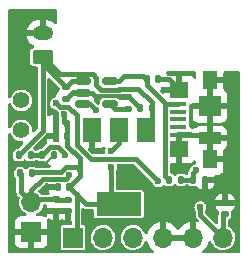
<source format=gbr>
%TF.GenerationSoftware,KiCad,Pcbnew,(6.0.0)*%
%TF.CreationDate,2022-03-25T10:48:22+03:00*%
%TF.ProjectId,Ringturnpage,52696e67-7475-4726-9e70-6167652e6b69,rev?*%
%TF.SameCoordinates,Original*%
%TF.FileFunction,Copper,L2,Bot*%
%TF.FilePolarity,Positive*%
%FSLAX46Y46*%
G04 Gerber Fmt 4.6, Leading zero omitted, Abs format (unit mm)*
G04 Created by KiCad (PCBNEW (6.0.0)) date 2022-03-25 10:48:22*
%MOMM*%
%LPD*%
G01*
G04 APERTURE LIST*
G04 Aperture macros list*
%AMRoundRect*
0 Rectangle with rounded corners*
0 $1 Rounding radius*
0 $2 $3 $4 $5 $6 $7 $8 $9 X,Y pos of 4 corners*
0 Add a 4 corners polygon primitive as box body*
4,1,4,$2,$3,$4,$5,$6,$7,$8,$9,$2,$3,0*
0 Add four circle primitives for the rounded corners*
1,1,$1+$1,$2,$3*
1,1,$1+$1,$4,$5*
1,1,$1+$1,$6,$7*
1,1,$1+$1,$8,$9*
0 Add four rect primitives between the rounded corners*
20,1,$1+$1,$2,$3,$4,$5,0*
20,1,$1+$1,$4,$5,$6,$7,0*
20,1,$1+$1,$6,$7,$8,$9,0*
20,1,$1+$1,$8,$9,$2,$3,0*%
G04 Aperture macros list end*
%TA.AperFunction,ComponentPad*%
%ADD10R,1.700000X1.700000*%
%TD*%
%TA.AperFunction,ComponentPad*%
%ADD11O,1.700000X1.700000*%
%TD*%
%TA.AperFunction,SMDPad,CuDef*%
%ADD12RoundRect,0.135000X-0.185000X0.135000X-0.185000X-0.135000X0.185000X-0.135000X0.185000X0.135000X0*%
%TD*%
%TA.AperFunction,SMDPad,CuDef*%
%ADD13RoundRect,0.135000X-0.135000X-0.185000X0.135000X-0.185000X0.135000X0.185000X-0.135000X0.185000X0*%
%TD*%
%TA.AperFunction,SMDPad,CuDef*%
%ADD14RoundRect,0.140000X0.140000X0.170000X-0.140000X0.170000X-0.140000X-0.170000X0.140000X-0.170000X0*%
%TD*%
%TA.AperFunction,SMDPad,CuDef*%
%ADD15R,1.380000X0.450000*%
%TD*%
%TA.AperFunction,SMDPad,CuDef*%
%ADD16R,1.300000X1.650000*%
%TD*%
%TA.AperFunction,SMDPad,CuDef*%
%ADD17R,1.550000X1.425000*%
%TD*%
%TA.AperFunction,SMDPad,CuDef*%
%ADD18R,1.900000X1.800000*%
%TD*%
%TA.AperFunction,SMDPad,CuDef*%
%ADD19R,1.900000X1.000000*%
%TD*%
%TA.AperFunction,SMDPad,CuDef*%
%ADD20RoundRect,0.150000X-0.512500X-0.150000X0.512500X-0.150000X0.512500X0.150000X-0.512500X0.150000X0*%
%TD*%
%TA.AperFunction,SMDPad,CuDef*%
%ADD21RoundRect,0.140000X-0.140000X-0.170000X0.140000X-0.170000X0.140000X0.170000X-0.140000X0.170000X0*%
%TD*%
%TA.AperFunction,SMDPad,CuDef*%
%ADD22RoundRect,0.140000X-0.170000X0.140000X-0.170000X-0.140000X0.170000X-0.140000X0.170000X0.140000X0*%
%TD*%
%TA.AperFunction,ComponentPad*%
%ADD23RoundRect,0.250000X0.625000X-0.350000X0.625000X0.350000X-0.625000X0.350000X-0.625000X-0.350000X0*%
%TD*%
%TA.AperFunction,ComponentPad*%
%ADD24O,1.750000X1.200000*%
%TD*%
%TA.AperFunction,SMDPad,CuDef*%
%ADD25RoundRect,0.140000X0.170000X-0.140000X0.170000X0.140000X-0.170000X0.140000X-0.170000X-0.140000X0*%
%TD*%
%TA.AperFunction,SMDPad,CuDef*%
%ADD26R,1.500000X2.000000*%
%TD*%
%TA.AperFunction,SMDPad,CuDef*%
%ADD27R,3.800000X2.000000*%
%TD*%
%TA.AperFunction,ComponentPad*%
%ADD28C,1.400000*%
%TD*%
%TA.AperFunction,SMDPad,CuDef*%
%ADD29RoundRect,0.135000X0.135000X0.185000X-0.135000X0.185000X-0.135000X-0.185000X0.135000X-0.185000X0*%
%TD*%
%TA.AperFunction,ViaPad*%
%ADD30C,0.600000*%
%TD*%
%TA.AperFunction,Conductor*%
%ADD31C,0.200000*%
%TD*%
%TA.AperFunction,Conductor*%
%ADD32C,0.400000*%
%TD*%
G04 APERTURE END LIST*
D10*
%TO.P,J2,1,Pin_1*%
%TO.N,+3V3*%
X140680000Y-99465000D03*
D11*
%TO.P,J2,2,Pin_2*%
%TO.N,/RX*%
X143220000Y-99465000D03*
%TO.P,J2,3,Pin_3*%
%TO.N,/TX*%
X145760000Y-99465000D03*
%TO.P,J2,4,Pin_4*%
%TO.N,GND*%
X148300000Y-99465000D03*
%TO.P,J2,5,Pin_5*%
X150840000Y-99465000D03*
%TO.P,J2,6,Pin_6*%
%TO.N,/BOOT*%
X153380000Y-99465000D03*
%TD*%
D10*
%TO.P,J3,1,Pin_1*%
%TO.N,GND*%
X137160000Y-98995000D03*
D11*
%TO.P,J3,2,Pin_2*%
%TO.N,/EN*%
X137160000Y-96455000D03*
%TD*%
D12*
%TO.P,R1,1*%
%TO.N,GND*%
X145310000Y-87550000D03*
%TO.P,R1,2*%
%TO.N,Net-(R1-Pad2)*%
X145310000Y-88570000D03*
%TD*%
D13*
%TO.P,R5,1*%
%TO.N,/CHARGING*%
X150850000Y-94570000D03*
%TO.P,R5,2*%
%TO.N,GND*%
X151870000Y-94570000D03*
%TD*%
D14*
%TO.P,C2,1*%
%TO.N,+BATT*%
X147330000Y-88510000D03*
%TO.P,C2,2*%
%TO.N,GND*%
X146370000Y-88510000D03*
%TD*%
D13*
%TO.P,R2,1*%
%TO.N,+BATT*%
X136080000Y-92490000D03*
%TO.P,R2,2*%
%TO.N,/BATTERY*%
X137100000Y-92490000D03*
%TD*%
D14*
%TO.P,C9,1*%
%TO.N,+3V3*%
X140180000Y-89870000D03*
%TO.P,C9,2*%
%TO.N,GND*%
X139220000Y-89870000D03*
%TD*%
D13*
%TO.P,R3,1*%
%TO.N,/BATTERY*%
X138040000Y-92490000D03*
%TO.P,R3,2*%
%TO.N,GND*%
X139060000Y-92490000D03*
%TD*%
D15*
%TO.P,J1,1,VBUS*%
%TO.N,+5V*%
X149600000Y-88160000D03*
%TO.P,J1,2,D-*%
%TO.N,unconnected-(J1-Pad2)*%
X149600000Y-88810000D03*
%TO.P,J1,3,D+*%
%TO.N,unconnected-(J1-Pad3)*%
X149600000Y-89460000D03*
%TO.P,J1,4,ID*%
%TO.N,unconnected-(J1-Pad4)*%
X149600000Y-90110000D03*
%TO.P,J1,5,GND*%
%TO.N,GND*%
X149600000Y-90760000D03*
D16*
%TO.P,J1,6,Shield*%
X152260000Y-92835000D03*
D17*
X149685000Y-86972500D03*
D16*
X152260000Y-86085000D03*
D18*
X152260000Y-88310000D03*
D19*
X152260000Y-91010000D03*
D17*
X149685000Y-91947500D03*
%TD*%
D20*
%TO.P,U1,1,STAT*%
%TO.N,/STATUS*%
X141520000Y-88140000D03*
%TO.P,U1,2,VSS*%
%TO.N,GND*%
X141520000Y-87190000D03*
%TO.P,U1,3,VBAT*%
%TO.N,+BATT*%
X141520000Y-86240000D03*
%TO.P,U1,4,VDD*%
%TO.N,+5V*%
X143795000Y-86240000D03*
%TO.P,U1,5,PROG*%
%TO.N,Net-(R1-Pad2)*%
X143795000Y-88140000D03*
%TD*%
D21*
%TO.P,C8,1*%
%TO.N,GND*%
X139230000Y-90850000D03*
%TO.P,C8,2*%
%TO.N,+3V3*%
X140190000Y-90850000D03*
%TD*%
D13*
%TO.P,R4,1*%
%TO.N,+5V*%
X148800000Y-94560000D03*
%TO.P,R4,2*%
%TO.N,/CHARGING*%
X149820000Y-94560000D03*
%TD*%
D22*
%TO.P,C5,1*%
%TO.N,/EN*%
X140270000Y-96240000D03*
%TO.P,C5,2*%
%TO.N,GND*%
X140270000Y-97200000D03*
%TD*%
D23*
%TO.P,J4,1,Pin_1*%
%TO.N,+BATT*%
X138100000Y-84160000D03*
D24*
%TO.P,J4,2,Pin_2*%
%TO.N,GND*%
X138100000Y-82160000D03*
%TD*%
D22*
%TO.P,C3,1*%
%TO.N,+BATT*%
X140060000Y-86750000D03*
%TO.P,C3,2*%
%TO.N,GND*%
X140060000Y-87710000D03*
%TD*%
D14*
%TO.P,C4,1*%
%TO.N,+3V3*%
X140360000Y-95180000D03*
%TO.P,C4,2*%
%TO.N,GND*%
X139400000Y-95180000D03*
%TD*%
D25*
%TO.P,C7,1*%
%TO.N,/BOOT*%
X153550000Y-97470000D03*
%TO.P,C7,2*%
%TO.N,GND*%
X153550000Y-96510000D03*
%TD*%
D26*
%TO.P,U2,1,GND*%
%TO.N,GND*%
X142250000Y-90330000D03*
D27*
%TO.P,U2,2,VO*%
%TO.N,+3V3*%
X144550000Y-96630000D03*
D26*
X144550000Y-90330000D03*
%TO.P,U2,3,VI*%
%TO.N,+BATT*%
X146850000Y-90330000D03*
%TD*%
D28*
%TO.P,J5,1,Pin_1*%
%TO.N,+3V3*%
X136305000Y-90385000D03*
%TO.P,J5,2,Pin_2*%
%TO.N,/BUTTON*%
X136305000Y-87845000D03*
%TD*%
D29*
%TO.P,R6,1*%
%TO.N,+3V3*%
X137210000Y-94010000D03*
%TO.P,R6,2*%
%TO.N,/EN*%
X136190000Y-94010000D03*
%TD*%
D14*
%TO.P,C1,1*%
%TO.N,GND*%
X147890000Y-86060000D03*
%TO.P,C1,2*%
%TO.N,+5V*%
X146930000Y-86060000D03*
%TD*%
D25*
%TO.P,C6,1*%
%TO.N,GND*%
X139250000Y-97190000D03*
%TO.P,C6,2*%
%TO.N,/EN*%
X139250000Y-96230000D03*
%TD*%
D30*
%TO.N,GND*%
X142340000Y-90300000D03*
X138950000Y-87100000D03*
X152520000Y-96820000D03*
X138270500Y-95350000D03*
X137170000Y-85370000D03*
X135560000Y-94910000D03*
X142710000Y-87610000D03*
X150970000Y-89900000D03*
X145250000Y-94820000D03*
X135720000Y-98990000D03*
X148410000Y-86950000D03*
%TO.N,+3V3*%
X143900000Y-93500000D03*
X143910000Y-92100000D03*
X139960000Y-89040000D03*
%TO.N,/EN*%
X140355627Y-94195129D03*
%TO.N,/BOOT*%
X151470000Y-96870000D03*
%TO.N,/BATTERY*%
X140031942Y-92498058D03*
%TO.N,/STATUS*%
X142650000Y-88700000D03*
%TO.N,/CHARGING*%
X151100000Y-93750000D03*
%TO.N,/BUTTON*%
X139260000Y-88090000D03*
X147910000Y-94680000D03*
%TD*%
D31*
%TO.N,GND*%
X138310000Y-93240000D02*
X139060000Y-92490000D01*
X136128734Y-93240000D02*
X138310000Y-93240000D01*
D32*
X145410000Y-87550000D02*
X145310000Y-87550000D01*
X141520000Y-87190000D02*
X142290000Y-87190000D01*
D31*
X135560000Y-94910000D02*
X135560000Y-93808734D01*
D32*
X148772500Y-86060000D02*
X149685000Y-86972500D01*
X140060000Y-87710000D02*
X140069758Y-87710000D01*
X142290000Y-87190000D02*
X142710000Y-87610000D01*
D31*
X135560000Y-93808734D02*
X136128734Y-93240000D01*
D32*
X149600000Y-90760000D02*
X152010000Y-90760000D01*
X147890000Y-86060000D02*
X148772500Y-86060000D01*
X152010000Y-90760000D02*
X152260000Y-91010000D01*
X140589758Y-87190000D02*
X141520000Y-87190000D01*
X146370000Y-88510000D02*
X145410000Y-87550000D01*
X140069758Y-87710000D02*
X140589758Y-87190000D01*
%TO.N,+5V*%
X148510489Y-94270489D02*
X148800000Y-94560000D01*
X145014520Y-85765480D02*
X146635480Y-85765480D01*
X149600000Y-88160000D02*
X148535978Y-88160000D01*
X148535978Y-88160000D02*
X148510489Y-88185489D01*
X146635480Y-85765480D02*
X146930000Y-86060000D01*
X148585978Y-88160000D02*
X146930000Y-86504022D01*
X144540000Y-86240000D02*
X145014520Y-85765480D01*
X143795000Y-86240000D02*
X144540000Y-86240000D01*
X149600000Y-88160000D02*
X148585978Y-88160000D01*
X146930000Y-86504022D02*
X146930000Y-86060000D01*
X148510489Y-88185489D02*
X148510489Y-94270489D01*
%TO.N,+BATT*%
X138100000Y-84160000D02*
X138100000Y-84790000D01*
X140060000Y-86750000D02*
X140570000Y-86240000D01*
X138100000Y-84790000D02*
X140060000Y-86750000D01*
X136080000Y-92490000D02*
X136080000Y-92434075D01*
X142640000Y-85910000D02*
X142640000Y-86524638D01*
X147330000Y-88020000D02*
X147330000Y-88510000D01*
X143054882Y-86939520D02*
X144535118Y-86939520D01*
X142640000Y-86524638D02*
X143054882Y-86939520D01*
X142380000Y-85650000D02*
X142640000Y-85910000D01*
X144535118Y-86939520D02*
X144594158Y-86880480D01*
X147330000Y-89850000D02*
X146850000Y-90330000D01*
X136080000Y-92434075D02*
X138100000Y-90414075D01*
X144594158Y-86880480D02*
X146190480Y-86880480D01*
X138100000Y-90414075D02*
X138100000Y-84160000D01*
X146190480Y-86880480D02*
X147330000Y-88020000D01*
X139590000Y-85650000D02*
X142380000Y-85650000D01*
X147330000Y-88510000D02*
X147330000Y-89850000D01*
X138100000Y-84160000D02*
X139590000Y-85650000D01*
X140570000Y-86240000D02*
X141520000Y-86240000D01*
%TO.N,+3V3*%
X141280000Y-92756872D02*
X140190000Y-91666872D01*
X144550000Y-91460000D02*
X143910000Y-92100000D01*
X140065879Y-93495618D02*
X140985618Y-93495618D01*
X139628017Y-93933480D02*
X140065879Y-93495618D01*
X140979520Y-99165480D02*
X140979520Y-95799520D01*
X140190000Y-89880000D02*
X140180000Y-89870000D01*
X144550000Y-96630000D02*
X141810000Y-96630000D01*
X140680000Y-99465000D02*
X140979520Y-99165480D01*
X139960000Y-89650000D02*
X140180000Y-89870000D01*
X141280000Y-94260000D02*
X141280000Y-93790000D01*
X137210000Y-94010000D02*
X137286520Y-93933480D01*
X137286520Y-93933480D02*
X139628017Y-93933480D01*
X140360000Y-95180000D02*
X141280000Y-94260000D01*
X140985618Y-93495618D02*
X141280000Y-93790000D01*
X141280000Y-93790000D02*
X141280000Y-92756872D01*
X140190000Y-91666872D02*
X140190000Y-90850000D01*
X143900000Y-93500000D02*
X143900000Y-95980000D01*
X141810000Y-96630000D02*
X140360000Y-95180000D01*
X143900000Y-95980000D02*
X144550000Y-96630000D01*
X139960000Y-89040000D02*
X139960000Y-89650000D01*
X144550000Y-90330000D02*
X144550000Y-91460000D01*
X140190000Y-90850000D02*
X140190000Y-89880000D01*
%TO.N,/EN*%
X137160000Y-96455000D02*
X136270000Y-95565000D01*
X138150000Y-94460000D02*
X137160000Y-95450000D01*
X136270000Y-95565000D02*
X136270000Y-94090000D01*
X137160000Y-95450000D02*
X137160000Y-96455000D01*
X136270000Y-94090000D02*
X136190000Y-94010000D01*
X140270000Y-96240000D02*
X139260000Y-96240000D01*
X139250000Y-96230000D02*
X137385000Y-96230000D01*
X140355627Y-94195129D02*
X140090756Y-94460000D01*
X140090756Y-94460000D02*
X138150000Y-94460000D01*
X137385000Y-96230000D02*
X137160000Y-96455000D01*
X139260000Y-96240000D02*
X139250000Y-96230000D01*
%TO.N,/BOOT*%
X153390000Y-97630000D02*
X153550000Y-97470000D01*
X151470000Y-96870000D02*
X151470000Y-97555000D01*
X151470000Y-97555000D02*
X153380000Y-99465000D01*
X153390000Y-99405000D02*
X153390000Y-97630000D01*
%TO.N,/BATTERY*%
X138040000Y-92490000D02*
X138040000Y-92434075D01*
X138703595Y-91770480D02*
X139445759Y-91770480D01*
X137100000Y-92490000D02*
X138040000Y-92490000D01*
X140031942Y-92356663D02*
X140031942Y-92498058D01*
X139445759Y-91770480D02*
X140031942Y-92356663D01*
X138040000Y-92434075D02*
X138703595Y-91770480D01*
%TO.N,/STATUS*%
X141520000Y-88140000D02*
X142090000Y-88140000D01*
X142090000Y-88140000D02*
X142650000Y-88700000D01*
%TO.N,/CHARGING*%
X150850000Y-94570000D02*
X150850000Y-94000000D01*
X149820000Y-94560000D02*
X150840000Y-94560000D01*
X150850000Y-94000000D02*
X151100000Y-93750000D01*
%TO.N,/BUTTON*%
X142170489Y-92799511D02*
X145999511Y-92799511D01*
X140290000Y-88380000D02*
X141000000Y-89090000D01*
X141000000Y-91629022D02*
X142170489Y-92799511D01*
X147880000Y-94680000D02*
X147910000Y-94680000D01*
X141000000Y-89090000D02*
X141000000Y-91629022D01*
X139550000Y-88380000D02*
X140290000Y-88380000D01*
X139260000Y-88090000D02*
X139550000Y-88380000D01*
X145999511Y-92799511D02*
X147880000Y-94680000D01*
%TO.N,Net-(R1-Pad2)*%
X143795000Y-88140000D02*
X144225000Y-88570000D01*
X144225000Y-88570000D02*
X145310000Y-88570000D01*
%TD*%
%TA.AperFunction,Conductor*%
%TO.N,GND*%
G36*
X154742121Y-85390002D02*
G01*
X154788614Y-85443658D01*
X154800000Y-85496000D01*
X154800000Y-100674000D01*
X154779998Y-100742121D01*
X154726342Y-100788614D01*
X154674000Y-100800000D01*
X151700692Y-100800000D01*
X151632571Y-100779998D01*
X151586078Y-100726342D01*
X151575974Y-100656068D01*
X151605468Y-100591488D01*
X151627524Y-100571421D01*
X151715328Y-100508792D01*
X151723200Y-100502139D01*
X151874052Y-100351812D01*
X151880730Y-100343965D01*
X152005003Y-100171020D01*
X152010313Y-100162183D01*
X152104670Y-99971267D01*
X152108469Y-99961672D01*
X152149593Y-99826319D01*
X152188534Y-99766955D01*
X152253388Y-99738068D01*
X152323564Y-99748830D01*
X152376782Y-99795823D01*
X152391270Y-99828217D01*
X152398544Y-99853586D01*
X152401359Y-99859063D01*
X152401360Y-99859066D01*
X152489897Y-100031341D01*
X152492712Y-100036818D01*
X152620677Y-100198270D01*
X152625370Y-100202264D01*
X152625371Y-100202265D01*
X152699541Y-100265388D01*
X152777564Y-100331791D01*
X152782942Y-100334797D01*
X152782944Y-100334798D01*
X152815511Y-100352999D01*
X152957398Y-100432297D01*
X153041280Y-100459552D01*
X153147471Y-100494056D01*
X153147475Y-100494057D01*
X153153329Y-100495959D01*
X153357894Y-100520351D01*
X153364029Y-100519879D01*
X153364031Y-100519879D01*
X153436625Y-100514293D01*
X153563300Y-100504546D01*
X153569230Y-100502890D01*
X153569232Y-100502890D01*
X153755797Y-100450800D01*
X153755796Y-100450800D01*
X153761725Y-100449145D01*
X153767214Y-100446372D01*
X153767220Y-100446370D01*
X153940116Y-100359033D01*
X153945610Y-100356258D01*
X153953463Y-100350123D01*
X154103101Y-100233213D01*
X154107951Y-100229424D01*
X154161293Y-100167627D01*
X154238540Y-100078134D01*
X154238540Y-100078133D01*
X154242564Y-100073472D01*
X154263387Y-100036818D01*
X154281056Y-100005714D01*
X154344323Y-99894344D01*
X154409351Y-99698863D01*
X154435171Y-99494474D01*
X154435583Y-99465000D01*
X154415480Y-99259970D01*
X154355935Y-99062749D01*
X154259218Y-98880849D01*
X154183036Y-98787441D01*
X154132906Y-98725975D01*
X154132903Y-98725972D01*
X154129011Y-98721200D01*
X154111786Y-98706950D01*
X153975025Y-98593811D01*
X153975021Y-98593809D01*
X153970275Y-98589882D01*
X153872045Y-98536769D01*
X153856571Y-98528402D01*
X153806162Y-98478407D01*
X153790500Y-98417566D01*
X153790500Y-98033097D01*
X153810502Y-97964976D01*
X153863250Y-97918902D01*
X153908323Y-97897884D01*
X153908324Y-97897883D01*
X153918316Y-97893224D01*
X154003224Y-97808316D01*
X154018969Y-97774552D01*
X154049898Y-97708224D01*
X154049898Y-97708223D01*
X154053972Y-97699487D01*
X154060500Y-97649901D01*
X154060499Y-97290100D01*
X154059961Y-97286012D01*
X154059700Y-97282031D01*
X154075204Y-97212748D01*
X154108203Y-97174231D01*
X154125929Y-97160481D01*
X154230484Y-97055926D01*
X154240124Y-97043499D01*
X154315396Y-96916220D01*
X154321643Y-96901784D01*
X154356619Y-96781395D01*
X154356579Y-96767295D01*
X154349309Y-96764000D01*
X152756442Y-96764000D01*
X152742911Y-96767973D01*
X152741776Y-96775871D01*
X152778357Y-96901784D01*
X152784604Y-96916220D01*
X152859876Y-97043499D01*
X152869516Y-97055926D01*
X152974071Y-97160481D01*
X152991796Y-97174230D01*
X153033362Y-97231786D01*
X153040299Y-97282030D01*
X153040038Y-97286013D01*
X153039500Y-97290099D01*
X153039500Y-97397889D01*
X153028024Y-97445691D01*
X153028703Y-97445912D01*
X153024170Y-97459865D01*
X153021907Y-97466830D01*
X153014341Y-97485094D01*
X153008856Y-97495859D01*
X153008855Y-97495863D01*
X153004354Y-97504696D01*
X153002803Y-97514487D01*
X153002803Y-97514488D01*
X153000913Y-97526422D01*
X152996297Y-97545647D01*
X152992565Y-97557132D01*
X152992564Y-97557136D01*
X152989500Y-97566567D01*
X152989500Y-98203917D01*
X152969498Y-98272038D01*
X152915842Y-98318531D01*
X152845568Y-98328635D01*
X152780988Y-98299141D01*
X152774405Y-98293012D01*
X151907405Y-97426012D01*
X151873379Y-97363700D01*
X151870500Y-97336917D01*
X151870500Y-97216724D01*
X151889946Y-97153116D01*
X151889200Y-97152754D01*
X151891522Y-97147961D01*
X151940546Y-97046776D01*
X151947795Y-97031814D01*
X151947795Y-97031813D01*
X151951710Y-97023733D01*
X151975496Y-96882354D01*
X151975647Y-96870000D01*
X151960939Y-96767295D01*
X151956596Y-96736968D01*
X151956595Y-96736965D01*
X151955323Y-96728082D01*
X151944446Y-96704158D01*
X151920493Y-96651478D01*
X151895984Y-96597572D01*
X151877598Y-96576234D01*
X151808260Y-96495763D01*
X151808257Y-96495760D01*
X151802400Y-96488963D01*
X151682095Y-96410985D01*
X151544739Y-96369907D01*
X151535763Y-96369852D01*
X151535762Y-96369852D01*
X151475555Y-96369484D01*
X151401376Y-96369031D01*
X151263529Y-96408428D01*
X151142280Y-96484930D01*
X151047377Y-96592388D01*
X150986447Y-96722163D01*
X150979420Y-96767295D01*
X150966689Y-96849066D01*
X150964391Y-96863823D01*
X150965555Y-96872725D01*
X150965555Y-96872728D01*
X150973398Y-96932705D01*
X150982980Y-97005979D01*
X151040720Y-97137203D01*
X151046495Y-97144073D01*
X151050471Y-97150461D01*
X151069500Y-97217043D01*
X151069500Y-97618433D01*
X151072564Y-97627864D01*
X151072565Y-97627868D01*
X151076297Y-97639353D01*
X151080913Y-97658578D01*
X151084354Y-97680304D01*
X151088855Y-97689137D01*
X151088856Y-97689141D01*
X151094341Y-97699906D01*
X151101905Y-97718166D01*
X151108704Y-97739090D01*
X151121639Y-97756893D01*
X151131965Y-97773745D01*
X151141950Y-97793342D01*
X151164513Y-97815905D01*
X151164516Y-97815909D01*
X151279496Y-97930889D01*
X151313522Y-97993201D01*
X151308457Y-98064016D01*
X151265910Y-98120852D01*
X151199390Y-98145663D01*
X151168304Y-98144031D01*
X151111836Y-98133972D01*
X151098540Y-98135432D01*
X151094000Y-98149989D01*
X151094000Y-99593000D01*
X151073998Y-99661121D01*
X151020342Y-99707614D01*
X150968000Y-99719000D01*
X148172000Y-99719000D01*
X148103879Y-99698998D01*
X148057386Y-99645342D01*
X148046000Y-99593000D01*
X148046000Y-99192885D01*
X148554000Y-99192885D01*
X148558475Y-99208124D01*
X148559865Y-99209329D01*
X148567548Y-99211000D01*
X150567885Y-99211000D01*
X150583124Y-99206525D01*
X150584329Y-99205135D01*
X150586000Y-99197452D01*
X150586000Y-98148102D01*
X150582082Y-98134758D01*
X150567806Y-98132771D01*
X150529324Y-98138660D01*
X150519288Y-98141051D01*
X150316868Y-98207212D01*
X150307359Y-98211209D01*
X150118463Y-98309542D01*
X150109738Y-98315036D01*
X149939433Y-98442905D01*
X149931726Y-98449748D01*
X149784590Y-98603717D01*
X149778104Y-98611727D01*
X149673193Y-98765521D01*
X149618282Y-98810524D01*
X149547757Y-98818695D01*
X149484010Y-98787441D01*
X149463313Y-98762957D01*
X149382427Y-98637926D01*
X149376136Y-98629757D01*
X149232806Y-98472240D01*
X149225273Y-98465215D01*
X149058139Y-98333222D01*
X149049552Y-98327517D01*
X148863117Y-98224599D01*
X148853705Y-98220369D01*
X148652959Y-98149280D01*
X148642988Y-98146646D01*
X148571837Y-98133972D01*
X148558540Y-98135432D01*
X148554000Y-98149989D01*
X148554000Y-99192885D01*
X148046000Y-99192885D01*
X148046000Y-98148102D01*
X148042082Y-98134758D01*
X148027806Y-98132771D01*
X147989324Y-98138660D01*
X147979288Y-98141051D01*
X147776868Y-98207212D01*
X147767359Y-98211209D01*
X147578463Y-98309542D01*
X147569738Y-98315036D01*
X147399433Y-98442905D01*
X147391726Y-98449748D01*
X147244590Y-98603717D01*
X147238104Y-98611727D01*
X147118098Y-98787649D01*
X147113000Y-98796623D01*
X147023338Y-98989783D01*
X147019775Y-98999470D01*
X146991012Y-99103185D01*
X146953533Y-99163483D01*
X146889405Y-99193946D01*
X146818986Y-99184903D01*
X146764636Y-99139224D01*
X146748973Y-99105933D01*
X146748143Y-99103185D01*
X146735935Y-99062749D01*
X146639218Y-98880849D01*
X146563036Y-98787441D01*
X146512906Y-98725975D01*
X146512903Y-98725972D01*
X146509011Y-98721200D01*
X146491786Y-98706950D01*
X146355025Y-98593811D01*
X146355021Y-98593809D01*
X146350275Y-98589882D01*
X146169055Y-98491897D01*
X145972254Y-98430977D01*
X145966129Y-98430333D01*
X145966128Y-98430333D01*
X145773498Y-98410087D01*
X145773496Y-98410087D01*
X145767369Y-98409443D01*
X145680529Y-98417346D01*
X145568342Y-98427555D01*
X145568339Y-98427556D01*
X145562203Y-98428114D01*
X145364572Y-98486280D01*
X145182002Y-98581726D01*
X145177201Y-98585586D01*
X145177198Y-98585588D01*
X145144688Y-98611727D01*
X145021447Y-98710815D01*
X144889024Y-98868630D01*
X144886056Y-98874028D01*
X144886053Y-98874033D01*
X144879315Y-98886290D01*
X144789776Y-99049162D01*
X144727484Y-99245532D01*
X144726798Y-99251649D01*
X144726797Y-99251653D01*
X144725063Y-99267115D01*
X144704520Y-99450262D01*
X144705036Y-99456406D01*
X144720902Y-99645342D01*
X144721759Y-99655553D01*
X144723458Y-99661478D01*
X144769395Y-99821678D01*
X144778544Y-99853586D01*
X144781359Y-99859063D01*
X144781360Y-99859066D01*
X144869897Y-100031341D01*
X144872712Y-100036818D01*
X145000677Y-100198270D01*
X145005370Y-100202264D01*
X145005371Y-100202265D01*
X145079541Y-100265388D01*
X145157564Y-100331791D01*
X145162942Y-100334797D01*
X145162944Y-100334798D01*
X145195511Y-100352999D01*
X145337398Y-100432297D01*
X145421280Y-100459552D01*
X145527471Y-100494056D01*
X145527475Y-100494057D01*
X145533329Y-100495959D01*
X145737894Y-100520351D01*
X145744029Y-100519879D01*
X145744031Y-100519879D01*
X145816625Y-100514293D01*
X145943300Y-100504546D01*
X145949230Y-100502890D01*
X145949232Y-100502890D01*
X146135797Y-100450800D01*
X146135796Y-100450800D01*
X146141725Y-100449145D01*
X146147214Y-100446372D01*
X146147220Y-100446370D01*
X146320116Y-100359033D01*
X146325610Y-100356258D01*
X146333463Y-100350123D01*
X146483101Y-100233213D01*
X146487951Y-100229424D01*
X146541293Y-100167627D01*
X146618540Y-100078134D01*
X146618540Y-100078133D01*
X146622564Y-100073472D01*
X146643387Y-100036818D01*
X146661056Y-100005714D01*
X146724323Y-99894344D01*
X146733271Y-99867444D01*
X146748496Y-99821678D01*
X146788978Y-99763354D01*
X146854566Y-99736175D01*
X146924437Y-99748770D01*
X146976406Y-99797141D01*
X146990971Y-99833751D01*
X146998564Y-99867444D01*
X147001645Y-99877275D01*
X147081770Y-100074603D01*
X147086413Y-100083794D01*
X147197694Y-100265388D01*
X147203777Y-100273699D01*
X147343213Y-100434667D01*
X147350580Y-100441883D01*
X147513397Y-100577056D01*
X147553032Y-100635959D01*
X147554530Y-100706939D01*
X147517415Y-100767462D01*
X147453471Y-100798311D01*
X147432912Y-100800000D01*
X135326000Y-100800000D01*
X135257879Y-100779998D01*
X135211386Y-100726342D01*
X135200000Y-100674000D01*
X135200000Y-99889669D01*
X135802001Y-99889669D01*
X135802371Y-99896490D01*
X135807895Y-99947352D01*
X135811521Y-99962604D01*
X135856676Y-100083054D01*
X135865214Y-100098649D01*
X135941715Y-100200724D01*
X135954276Y-100213285D01*
X136056351Y-100289786D01*
X136071946Y-100298324D01*
X136192394Y-100343478D01*
X136207649Y-100347105D01*
X136258514Y-100352631D01*
X136265328Y-100353000D01*
X136887885Y-100353000D01*
X136903124Y-100348525D01*
X136904329Y-100347135D01*
X136906000Y-100339452D01*
X136906000Y-100334884D01*
X137414000Y-100334884D01*
X137418475Y-100350123D01*
X137419865Y-100351328D01*
X137427548Y-100352999D01*
X138054669Y-100352999D01*
X138061490Y-100352629D01*
X138112352Y-100347105D01*
X138127604Y-100343479D01*
X138248054Y-100298324D01*
X138263649Y-100289786D01*
X138365724Y-100213285D01*
X138378285Y-100200724D01*
X138454786Y-100098649D01*
X138463324Y-100083054D01*
X138508478Y-99962606D01*
X138512105Y-99947351D01*
X138517631Y-99896486D01*
X138518000Y-99889672D01*
X138518000Y-99267115D01*
X138513525Y-99251876D01*
X138512135Y-99250671D01*
X138504452Y-99249000D01*
X137432115Y-99249000D01*
X137416876Y-99253475D01*
X137415671Y-99254865D01*
X137414000Y-99262548D01*
X137414000Y-100334884D01*
X136906000Y-100334884D01*
X136906000Y-99267115D01*
X136901525Y-99251876D01*
X136900135Y-99250671D01*
X136892452Y-99249000D01*
X135820116Y-99249000D01*
X135804877Y-99253475D01*
X135803672Y-99254865D01*
X135802001Y-99262548D01*
X135802001Y-99889669D01*
X135200000Y-99889669D01*
X135200000Y-90693772D01*
X135220002Y-90625651D01*
X135273658Y-90579158D01*
X135343932Y-90569054D01*
X135408512Y-90598548D01*
X135445833Y-90654836D01*
X135477821Y-90753284D01*
X135572467Y-90917216D01*
X135576885Y-90922123D01*
X135576886Y-90922124D01*
X135581386Y-90927121D01*
X135699129Y-91057888D01*
X135704468Y-91061767D01*
X135776203Y-91113885D01*
X135852270Y-91169151D01*
X136025197Y-91246144D01*
X136109204Y-91264000D01*
X136203897Y-91284128D01*
X136203901Y-91284128D01*
X136210354Y-91285500D01*
X136357992Y-91285500D01*
X136426113Y-91305502D01*
X136472606Y-91359158D01*
X136482710Y-91429432D01*
X136453216Y-91494012D01*
X136447093Y-91500589D01*
X136015086Y-91932596D01*
X135952774Y-91966621D01*
X135925991Y-91969500D01*
X135905684Y-91969500D01*
X135856827Y-91975932D01*
X135749596Y-92025935D01*
X135665935Y-92109596D01*
X135661275Y-92119588D01*
X135661275Y-92119589D01*
X135632002Y-92182366D01*
X135615932Y-92216827D01*
X135609500Y-92265684D01*
X135609500Y-92714316D01*
X135615932Y-92763173D01*
X135620006Y-92771909D01*
X135620006Y-92771910D01*
X135645146Y-92825823D01*
X135665935Y-92870404D01*
X135749596Y-92954065D01*
X135759588Y-92958725D01*
X135759589Y-92958725D01*
X135842099Y-92997200D01*
X135856827Y-93004068D01*
X135905684Y-93010500D01*
X136254316Y-93010500D01*
X136303173Y-93004068D01*
X136317902Y-92997200D01*
X136400411Y-92958725D01*
X136400412Y-92958725D01*
X136410404Y-92954065D01*
X136494065Y-92870404D01*
X136494753Y-92871092D01*
X136542247Y-92833131D01*
X136612867Y-92825823D01*
X136676226Y-92857856D01*
X136684579Y-92867496D01*
X136685935Y-92870404D01*
X136769596Y-92954065D01*
X136779588Y-92958725D01*
X136779589Y-92958725D01*
X136862099Y-92997200D01*
X136876827Y-93004068D01*
X136925684Y-93010500D01*
X137274316Y-93010500D01*
X137323173Y-93004068D01*
X137337902Y-92997200D01*
X137420411Y-92958725D01*
X137420412Y-92958725D01*
X137430404Y-92954065D01*
X137457064Y-92927405D01*
X137519376Y-92893379D01*
X137546159Y-92890500D01*
X137593841Y-92890500D01*
X137661962Y-92910502D01*
X137682936Y-92927405D01*
X137709596Y-92954065D01*
X137719588Y-92958725D01*
X137719589Y-92958725D01*
X137802099Y-92997200D01*
X137816827Y-93004068D01*
X137865684Y-93010500D01*
X138214316Y-93010500D01*
X138263173Y-93004068D01*
X138265580Y-93002946D01*
X138332806Y-93003080D01*
X138392455Y-93041583D01*
X138405519Y-93059766D01*
X138408852Y-93065402D01*
X138418503Y-93077843D01*
X138522159Y-93181499D01*
X138534595Y-93191146D01*
X138660778Y-93265770D01*
X138675217Y-93272019D01*
X138723282Y-93285983D01*
X138783117Y-93324196D01*
X138812795Y-93388692D01*
X138802892Y-93458995D01*
X138756552Y-93512783D01*
X138688129Y-93532980D01*
X137540556Y-93532980D01*
X137487305Y-93521174D01*
X137441913Y-93500007D01*
X137441910Y-93500006D01*
X137433173Y-93495932D01*
X137384316Y-93489500D01*
X137035684Y-93489500D01*
X136986827Y-93495932D01*
X136978091Y-93500006D01*
X136978090Y-93500006D01*
X136907378Y-93532980D01*
X136879596Y-93545935D01*
X136795935Y-93629596D01*
X136795247Y-93628908D01*
X136747753Y-93666869D01*
X136677133Y-93674177D01*
X136613774Y-93642144D01*
X136605421Y-93632504D01*
X136604065Y-93629596D01*
X136520404Y-93545935D01*
X136492622Y-93532980D01*
X136421910Y-93500006D01*
X136421909Y-93500006D01*
X136413173Y-93495932D01*
X136364316Y-93489500D01*
X136015684Y-93489500D01*
X135966827Y-93495932D01*
X135958091Y-93500006D01*
X135958090Y-93500006D01*
X135887378Y-93532980D01*
X135859596Y-93545935D01*
X135775935Y-93629596D01*
X135771275Y-93639588D01*
X135771275Y-93639589D01*
X135764680Y-93653733D01*
X135725932Y-93736827D01*
X135719500Y-93785684D01*
X135719500Y-94234316D01*
X135725932Y-94283173D01*
X135730006Y-94291909D01*
X135730006Y-94291910D01*
X135758857Y-94353780D01*
X135775935Y-94390404D01*
X135832595Y-94447064D01*
X135866621Y-94509376D01*
X135869500Y-94536159D01*
X135869500Y-95628433D01*
X135872564Y-95637864D01*
X135872565Y-95637868D01*
X135876297Y-95649353D01*
X135880913Y-95668578D01*
X135884354Y-95690304D01*
X135888855Y-95699137D01*
X135888856Y-95699141D01*
X135894341Y-95709906D01*
X135901905Y-95728166D01*
X135908704Y-95749090D01*
X135921639Y-95766893D01*
X135931965Y-95783745D01*
X135941950Y-95803342D01*
X135964513Y-95825905D01*
X135964516Y-95825909D01*
X136132713Y-95994106D01*
X136166739Y-96056418D01*
X136163720Y-96121299D01*
X136127484Y-96235532D01*
X136126798Y-96241649D01*
X136126797Y-96241653D01*
X136107256Y-96415871D01*
X136104520Y-96440262D01*
X136105036Y-96446406D01*
X136117295Y-96592388D01*
X136121759Y-96645553D01*
X136123458Y-96651478D01*
X136146271Y-96731035D01*
X136178544Y-96843586D01*
X136181359Y-96849063D01*
X136181360Y-96849066D01*
X136268739Y-97019087D01*
X136272712Y-97026818D01*
X136400677Y-97188270D01*
X136405370Y-97192264D01*
X136405371Y-97192265D01*
X136429439Y-97212748D01*
X136557564Y-97321791D01*
X136678012Y-97389107D01*
X136699315Y-97401013D01*
X136749020Y-97451707D01*
X136763428Y-97521226D01*
X136737964Y-97587499D01*
X136680713Y-97629484D01*
X136637844Y-97637001D01*
X136265331Y-97637001D01*
X136258510Y-97637371D01*
X136207648Y-97642895D01*
X136192396Y-97646521D01*
X136071946Y-97691676D01*
X136056351Y-97700214D01*
X135954276Y-97776715D01*
X135941715Y-97789276D01*
X135865214Y-97891351D01*
X135856676Y-97906946D01*
X135811522Y-98027394D01*
X135807895Y-98042649D01*
X135802369Y-98093514D01*
X135802000Y-98100328D01*
X135802000Y-98722885D01*
X135806475Y-98738124D01*
X135807865Y-98739329D01*
X135815548Y-98741000D01*
X138499884Y-98741000D01*
X138515123Y-98736525D01*
X138516328Y-98735135D01*
X138517999Y-98727452D01*
X138517999Y-98100331D01*
X138517629Y-98093510D01*
X138512105Y-98042648D01*
X138508479Y-98027396D01*
X138497803Y-97998918D01*
X138492620Y-97928111D01*
X138526541Y-97865742D01*
X138588796Y-97831612D01*
X138659620Y-97836559D01*
X138679924Y-97846234D01*
X138813780Y-97925396D01*
X138828216Y-97931643D01*
X138971641Y-97973312D01*
X138979609Y-97974768D01*
X138993031Y-97971948D01*
X138996000Y-97960487D01*
X138996000Y-97958424D01*
X139504000Y-97958424D01*
X139508344Y-97973219D01*
X139518775Y-97975063D01*
X139528359Y-97973312D01*
X139671784Y-97931643D01*
X139686217Y-97925397D01*
X139687401Y-97924697D01*
X139688451Y-97924431D01*
X139693497Y-97922247D01*
X139693849Y-97923061D01*
X139756216Y-97907235D01*
X139815684Y-97924694D01*
X139833780Y-97935396D01*
X139848216Y-97941643D01*
X139991641Y-97983312D01*
X139999609Y-97984768D01*
X140013031Y-97981948D01*
X140016000Y-97970487D01*
X140016000Y-97472115D01*
X140011525Y-97456876D01*
X140010135Y-97455671D01*
X140002452Y-97454000D01*
X139522115Y-97454000D01*
X139506876Y-97458475D01*
X139505671Y-97459865D01*
X139504000Y-97467548D01*
X139504000Y-97958424D01*
X138996000Y-97958424D01*
X138996000Y-97462115D01*
X138991525Y-97446876D01*
X138990135Y-97445671D01*
X138982452Y-97444000D01*
X138456442Y-97444000D01*
X138442911Y-97447973D01*
X138441776Y-97455871D01*
X138476891Y-97576736D01*
X138476688Y-97647732D01*
X138438135Y-97707348D01*
X138373470Y-97736657D01*
X138303225Y-97726353D01*
X138280330Y-97712716D01*
X138263648Y-97700214D01*
X138248054Y-97691676D01*
X138127606Y-97646522D01*
X138112351Y-97642895D01*
X138061486Y-97637369D01*
X138054672Y-97637000D01*
X137678932Y-97637000D01*
X137610811Y-97616998D01*
X137564318Y-97563342D01*
X137554214Y-97493068D01*
X137583708Y-97428488D01*
X137622121Y-97398534D01*
X137640783Y-97389107D01*
X137725610Y-97346258D01*
X137887951Y-97219424D01*
X137926961Y-97174231D01*
X138018540Y-97068134D01*
X138018540Y-97068133D01*
X138022564Y-97063472D01*
X138043387Y-97026818D01*
X138079894Y-96962553D01*
X138124323Y-96884344D01*
X138134101Y-96854950D01*
X138180082Y-96716728D01*
X138220564Y-96658403D01*
X138286152Y-96631224D01*
X138299640Y-96630500D01*
X138359267Y-96630500D01*
X138427388Y-96650502D01*
X138473881Y-96704158D01*
X138483985Y-96774432D01*
X138480264Y-96791653D01*
X138443381Y-96918605D01*
X138443421Y-96932705D01*
X138450691Y-96936000D01*
X140062030Y-96936000D01*
X140088813Y-96938879D01*
X140121548Y-96946000D01*
X140398000Y-96946000D01*
X140466121Y-96966002D01*
X140512614Y-97019658D01*
X140524000Y-97072000D01*
X140524000Y-97968424D01*
X140528475Y-97983663D01*
X140535532Y-97989778D01*
X140573916Y-98049504D01*
X140579020Y-98085003D01*
X140579020Y-98288500D01*
X140559018Y-98356621D01*
X140505362Y-98403114D01*
X140453020Y-98414500D01*
X139810252Y-98414500D01*
X139804184Y-98415707D01*
X139763939Y-98423712D01*
X139763938Y-98423712D01*
X139751769Y-98426133D01*
X139685448Y-98470448D01*
X139641133Y-98536769D01*
X139629500Y-98595252D01*
X139629500Y-100334748D01*
X139630707Y-100340816D01*
X139634331Y-100359033D01*
X139641133Y-100393231D01*
X139685448Y-100459552D01*
X139751769Y-100503867D01*
X139763938Y-100506288D01*
X139763939Y-100506288D01*
X139804184Y-100514293D01*
X139810252Y-100515500D01*
X141549748Y-100515500D01*
X141555816Y-100514293D01*
X141596061Y-100506288D01*
X141596062Y-100506288D01*
X141608231Y-100503867D01*
X141674552Y-100459552D01*
X141718867Y-100393231D01*
X141725670Y-100359033D01*
X141729293Y-100340816D01*
X141730500Y-100334748D01*
X141730500Y-99450262D01*
X142164520Y-99450262D01*
X142165036Y-99456406D01*
X142180902Y-99645342D01*
X142181759Y-99655553D01*
X142183458Y-99661478D01*
X142229395Y-99821678D01*
X142238544Y-99853586D01*
X142241359Y-99859063D01*
X142241360Y-99859066D01*
X142329897Y-100031341D01*
X142332712Y-100036818D01*
X142460677Y-100198270D01*
X142465370Y-100202264D01*
X142465371Y-100202265D01*
X142539541Y-100265388D01*
X142617564Y-100331791D01*
X142622942Y-100334797D01*
X142622944Y-100334798D01*
X142655511Y-100352999D01*
X142797398Y-100432297D01*
X142881280Y-100459552D01*
X142987471Y-100494056D01*
X142987475Y-100494057D01*
X142993329Y-100495959D01*
X143197894Y-100520351D01*
X143204029Y-100519879D01*
X143204031Y-100519879D01*
X143276625Y-100514293D01*
X143403300Y-100504546D01*
X143409230Y-100502890D01*
X143409232Y-100502890D01*
X143595797Y-100450800D01*
X143595796Y-100450800D01*
X143601725Y-100449145D01*
X143607214Y-100446372D01*
X143607220Y-100446370D01*
X143780116Y-100359033D01*
X143785610Y-100356258D01*
X143793463Y-100350123D01*
X143943101Y-100233213D01*
X143947951Y-100229424D01*
X144001293Y-100167627D01*
X144078540Y-100078134D01*
X144078540Y-100078133D01*
X144082564Y-100073472D01*
X144103387Y-100036818D01*
X144121056Y-100005714D01*
X144184323Y-99894344D01*
X144249351Y-99698863D01*
X144275171Y-99494474D01*
X144275583Y-99465000D01*
X144255480Y-99259970D01*
X144195935Y-99062749D01*
X144099218Y-98880849D01*
X144023036Y-98787441D01*
X143972906Y-98725975D01*
X143972903Y-98725972D01*
X143969011Y-98721200D01*
X143951786Y-98706950D01*
X143815025Y-98593811D01*
X143815021Y-98593809D01*
X143810275Y-98589882D01*
X143629055Y-98491897D01*
X143432254Y-98430977D01*
X143426129Y-98430333D01*
X143426128Y-98430333D01*
X143233498Y-98410087D01*
X143233496Y-98410087D01*
X143227369Y-98409443D01*
X143140529Y-98417346D01*
X143028342Y-98427555D01*
X143028339Y-98427556D01*
X143022203Y-98428114D01*
X142824572Y-98486280D01*
X142642002Y-98581726D01*
X142637201Y-98585586D01*
X142637198Y-98585588D01*
X142604688Y-98611727D01*
X142481447Y-98710815D01*
X142349024Y-98868630D01*
X142346056Y-98874028D01*
X142346053Y-98874033D01*
X142339315Y-98886290D01*
X142249776Y-99049162D01*
X142187484Y-99245532D01*
X142186798Y-99251649D01*
X142186797Y-99251653D01*
X142185063Y-99267115D01*
X142164520Y-99450262D01*
X141730500Y-99450262D01*
X141730500Y-98595252D01*
X141718867Y-98536769D01*
X141674552Y-98470448D01*
X141608231Y-98426133D01*
X141596062Y-98423712D01*
X141596061Y-98423712D01*
X141555816Y-98415707D01*
X141549748Y-98414500D01*
X141506020Y-98414500D01*
X141437899Y-98394498D01*
X141391406Y-98340842D01*
X141380020Y-98288500D01*
X141380020Y-97064188D01*
X141400022Y-96996067D01*
X141453678Y-96949574D01*
X141523952Y-96939470D01*
X141571330Y-96958699D01*
X141571660Y-96958051D01*
X141580496Y-96962553D01*
X141591258Y-96968037D01*
X141608114Y-96978365D01*
X141625911Y-96991296D01*
X141646832Y-96998094D01*
X141665092Y-97005658D01*
X141675859Y-97011144D01*
X141675863Y-97011145D01*
X141684696Y-97015646D01*
X141694487Y-97017197D01*
X141694488Y-97017197D01*
X141706422Y-97019087D01*
X141725647Y-97023703D01*
X141737132Y-97027435D01*
X141737136Y-97027436D01*
X141746567Y-97030500D01*
X142323500Y-97030500D01*
X142391621Y-97050502D01*
X142438114Y-97104158D01*
X142449500Y-97156500D01*
X142449500Y-97649748D01*
X142461133Y-97708231D01*
X142505448Y-97774552D01*
X142571769Y-97818867D01*
X142583938Y-97821288D01*
X142583939Y-97821288D01*
X142624184Y-97829293D01*
X142630252Y-97830500D01*
X146469748Y-97830500D01*
X146475816Y-97829293D01*
X146516061Y-97821288D01*
X146516062Y-97821288D01*
X146528231Y-97818867D01*
X146594552Y-97774552D01*
X146638867Y-97708231D01*
X146650500Y-97649748D01*
X146650500Y-96238605D01*
X152743381Y-96238605D01*
X152743421Y-96252705D01*
X152750691Y-96256000D01*
X153277885Y-96256000D01*
X153293124Y-96251525D01*
X153294329Y-96250135D01*
X153296000Y-96242452D01*
X153296000Y-96237885D01*
X153804000Y-96237885D01*
X153808475Y-96253124D01*
X153809865Y-96254329D01*
X153817548Y-96256000D01*
X154343558Y-96256000D01*
X154357089Y-96252027D01*
X154358224Y-96244129D01*
X154321643Y-96118216D01*
X154315396Y-96103780D01*
X154240124Y-95976501D01*
X154230484Y-95964074D01*
X154125926Y-95859516D01*
X154113499Y-95849876D01*
X153986220Y-95774604D01*
X153971784Y-95768357D01*
X153828359Y-95726688D01*
X153820391Y-95725232D01*
X153806969Y-95728052D01*
X153804000Y-95739513D01*
X153804000Y-96237885D01*
X153296000Y-96237885D01*
X153296000Y-95741576D01*
X153291656Y-95726781D01*
X153281225Y-95724937D01*
X153271641Y-95726688D01*
X153128216Y-95768357D01*
X153113780Y-95774604D01*
X152986501Y-95849876D01*
X152974074Y-95859516D01*
X152869516Y-95964074D01*
X152859876Y-95976501D01*
X152784604Y-96103780D01*
X152778357Y-96118216D01*
X152743381Y-96238605D01*
X146650500Y-96238605D01*
X146650500Y-95610252D01*
X146638867Y-95551769D01*
X146594552Y-95485448D01*
X146528231Y-95441133D01*
X146516062Y-95438712D01*
X146516061Y-95438712D01*
X146475816Y-95430707D01*
X146469748Y-95429500D01*
X144426500Y-95429500D01*
X144358379Y-95409498D01*
X144311886Y-95355842D01*
X144300500Y-95303500D01*
X144300500Y-93846724D01*
X144319946Y-93783116D01*
X144319200Y-93782754D01*
X144321522Y-93777961D01*
X144357030Y-93704672D01*
X144377795Y-93661814D01*
X144377795Y-93661813D01*
X144381710Y-93653733D01*
X144405496Y-93512354D01*
X144405647Y-93500000D01*
X144389707Y-93388692D01*
X144386596Y-93366968D01*
X144386595Y-93366965D01*
X144385323Y-93358082D01*
X144384964Y-93357293D01*
X144385038Y-93290378D01*
X144423488Y-93230695D01*
X144488102Y-93201274D01*
X144505895Y-93200011D01*
X145781428Y-93200011D01*
X145849549Y-93220013D01*
X145870523Y-93236916D01*
X147391132Y-94757525D01*
X147422313Y-94810882D01*
X147422980Y-94815979D01*
X147426595Y-94824195D01*
X147426596Y-94824198D01*
X147443478Y-94862564D01*
X147480720Y-94947203D01*
X147486497Y-94954076D01*
X147486498Y-94954077D01*
X147533633Y-95010151D01*
X147572970Y-95056948D01*
X147692313Y-95136390D01*
X147829157Y-95179142D01*
X147838129Y-95179306D01*
X147838132Y-95179307D01*
X147903463Y-95180504D01*
X147972499Y-95181770D01*
X147981533Y-95179307D01*
X148102158Y-95146421D01*
X148102160Y-95146420D01*
X148110817Y-95144060D01*
X148232991Y-95069045D01*
X148239012Y-95062393D01*
X148239018Y-95062388D01*
X148277906Y-95019425D01*
X148338449Y-94982343D01*
X148409429Y-94983881D01*
X148452632Y-95010151D01*
X148452774Y-95009948D01*
X148455922Y-95012152D01*
X148460416Y-95014885D01*
X148469596Y-95024065D01*
X148479588Y-95028725D01*
X148479589Y-95028725D01*
X148565779Y-95068916D01*
X148576827Y-95074068D01*
X148625684Y-95080500D01*
X148974316Y-95080500D01*
X149023173Y-95074068D01*
X149034222Y-95068916D01*
X149120411Y-95028725D01*
X149120412Y-95028725D01*
X149130404Y-95024065D01*
X149214065Y-94940404D01*
X149214753Y-94941092D01*
X149262247Y-94903131D01*
X149332867Y-94895823D01*
X149396226Y-94927856D01*
X149404579Y-94937496D01*
X149405935Y-94940404D01*
X149489596Y-95024065D01*
X149499588Y-95028725D01*
X149499589Y-95028725D01*
X149585779Y-95068916D01*
X149596827Y-95074068D01*
X149645684Y-95080500D01*
X149994316Y-95080500D01*
X150043173Y-95074068D01*
X150054222Y-95068916D01*
X150140411Y-95028725D01*
X150140412Y-95028725D01*
X150150404Y-95024065D01*
X150177064Y-94997405D01*
X150239376Y-94963379D01*
X150266159Y-94960500D01*
X150393841Y-94960500D01*
X150461962Y-94980502D01*
X150482936Y-94997405D01*
X150519596Y-95034065D01*
X150529588Y-95038725D01*
X150529589Y-95038725D01*
X150618022Y-95079962D01*
X150626827Y-95084068D01*
X150675684Y-95090500D01*
X151024316Y-95090500D01*
X151073173Y-95084068D01*
X151075580Y-95082946D01*
X151142806Y-95083080D01*
X151202455Y-95121583D01*
X151215519Y-95139766D01*
X151218852Y-95145402D01*
X151228503Y-95157843D01*
X151332159Y-95261499D01*
X151344595Y-95271146D01*
X151470778Y-95345770D01*
X151485217Y-95352019D01*
X151598605Y-95384961D01*
X151612705Y-95384921D01*
X151616000Y-95377651D01*
X151616000Y-95371900D01*
X152124000Y-95371900D01*
X152127973Y-95385431D01*
X152135871Y-95386566D01*
X152254783Y-95352019D01*
X152269222Y-95345770D01*
X152395405Y-95271146D01*
X152407841Y-95261499D01*
X152511499Y-95157841D01*
X152521146Y-95145405D01*
X152595770Y-95019222D01*
X152602019Y-95004783D01*
X152643338Y-94862564D01*
X152645637Y-94849977D01*
X152646260Y-94842057D01*
X152643090Y-94826970D01*
X152631626Y-94824000D01*
X152142115Y-94824000D01*
X152126876Y-94828475D01*
X152125671Y-94829865D01*
X152124000Y-94837548D01*
X152124000Y-95371900D01*
X151616000Y-95371900D01*
X151616000Y-94442000D01*
X151636002Y-94373879D01*
X151689658Y-94327386D01*
X151742000Y-94316000D01*
X152629566Y-94316000D01*
X152644361Y-94311656D01*
X152649216Y-94284185D01*
X152650808Y-94284466D01*
X152661321Y-94234410D01*
X152711161Y-94183848D01*
X152772339Y-94167999D01*
X152954669Y-94167999D01*
X152961490Y-94167629D01*
X153012352Y-94162105D01*
X153027604Y-94158479D01*
X153148054Y-94113324D01*
X153163649Y-94104786D01*
X153265724Y-94028285D01*
X153278285Y-94015724D01*
X153354786Y-93913649D01*
X153363324Y-93898054D01*
X153408478Y-93777606D01*
X153412105Y-93762351D01*
X153417631Y-93711486D01*
X153418000Y-93704672D01*
X153418000Y-93107115D01*
X153413525Y-93091876D01*
X153412135Y-93090671D01*
X153404452Y-93089000D01*
X152132000Y-93089000D01*
X152063879Y-93068998D01*
X152017386Y-93015342D01*
X152006000Y-92963000D01*
X152006000Y-92562885D01*
X152514000Y-92562885D01*
X152518475Y-92578124D01*
X152519865Y-92579329D01*
X152527548Y-92581000D01*
X153399884Y-92581000D01*
X153415123Y-92576525D01*
X153416328Y-92575135D01*
X153417999Y-92567452D01*
X153417999Y-92052026D01*
X153438001Y-91983905D01*
X153468434Y-91951200D01*
X153565724Y-91878285D01*
X153578285Y-91865724D01*
X153654786Y-91763649D01*
X153663324Y-91748054D01*
X153708478Y-91627606D01*
X153712105Y-91612351D01*
X153717631Y-91561486D01*
X153718000Y-91554672D01*
X153718000Y-91282115D01*
X153713525Y-91266876D01*
X153712135Y-91265671D01*
X153704452Y-91264000D01*
X152532115Y-91264000D01*
X152516876Y-91268475D01*
X152515671Y-91269865D01*
X152514000Y-91277548D01*
X152514000Y-92562885D01*
X152006000Y-92562885D01*
X152006000Y-90737885D01*
X152514000Y-90737885D01*
X152518475Y-90753124D01*
X152519865Y-90754329D01*
X152527548Y-90756000D01*
X153699884Y-90756000D01*
X153715123Y-90751525D01*
X153716328Y-90750135D01*
X153717999Y-90742452D01*
X153717999Y-90465331D01*
X153717629Y-90458510D01*
X153712105Y-90407648D01*
X153708479Y-90392396D01*
X153663324Y-90271946D01*
X153654786Y-90256351D01*
X153578285Y-90154276D01*
X153565724Y-90141715D01*
X153463649Y-90065214D01*
X153448054Y-90056676D01*
X153327606Y-90011522D01*
X153312351Y-90007895D01*
X153261486Y-90002369D01*
X153254672Y-90002000D01*
X152532115Y-90002000D01*
X152516876Y-90006475D01*
X152515671Y-90007865D01*
X152514000Y-90015548D01*
X152514000Y-90737885D01*
X152006000Y-90737885D01*
X152006000Y-90020116D01*
X152001525Y-90004877D01*
X152000135Y-90003672D01*
X151992452Y-90002001D01*
X151265331Y-90002001D01*
X151258510Y-90002371D01*
X151207648Y-90007895D01*
X151192396Y-90011521D01*
X151071946Y-90056676D01*
X151056351Y-90065214D01*
X150954276Y-90141715D01*
X150941715Y-90154276D01*
X150891458Y-90221334D01*
X150834599Y-90263849D01*
X150763781Y-90268875D01*
X150701487Y-90234815D01*
X150689806Y-90221334D01*
X150658286Y-90179277D01*
X150645724Y-90166715D01*
X150540935Y-90088180D01*
X150498420Y-90031321D01*
X150490500Y-89987354D01*
X150490500Y-89865252D01*
X150479426Y-89809579D01*
X150479426Y-89760421D01*
X150490500Y-89704748D01*
X150490500Y-89215252D01*
X150479426Y-89159579D01*
X150479426Y-89110421D01*
X150490500Y-89054748D01*
X150490500Y-88577548D01*
X150802000Y-88577548D01*
X150802001Y-89254669D01*
X150802371Y-89261490D01*
X150807895Y-89312352D01*
X150811521Y-89327604D01*
X150856676Y-89448054D01*
X150865214Y-89463649D01*
X150941715Y-89565724D01*
X150954276Y-89578285D01*
X151056351Y-89654786D01*
X151071946Y-89663324D01*
X151192394Y-89708478D01*
X151207649Y-89712105D01*
X151258514Y-89717631D01*
X151265328Y-89718000D01*
X151987885Y-89718000D01*
X152003124Y-89713525D01*
X152004329Y-89712135D01*
X152006000Y-89704452D01*
X152006000Y-89699884D01*
X152514000Y-89699884D01*
X152518475Y-89715123D01*
X152519865Y-89716328D01*
X152527548Y-89717999D01*
X153254669Y-89717999D01*
X153261490Y-89717629D01*
X153312352Y-89712105D01*
X153327604Y-89708479D01*
X153448054Y-89663324D01*
X153463649Y-89654786D01*
X153565724Y-89578285D01*
X153578285Y-89565724D01*
X153654786Y-89463649D01*
X153663324Y-89448054D01*
X153708478Y-89327606D01*
X153712105Y-89312351D01*
X153717631Y-89261486D01*
X153718000Y-89254672D01*
X153718000Y-88582115D01*
X153713525Y-88566876D01*
X153712135Y-88565671D01*
X153704452Y-88564000D01*
X152532115Y-88564000D01*
X152516876Y-88568475D01*
X152515671Y-88569865D01*
X152514000Y-88577548D01*
X152514000Y-89699884D01*
X152006000Y-89699884D01*
X152006000Y-88582115D01*
X152001525Y-88566876D01*
X152000135Y-88565671D01*
X151992452Y-88564000D01*
X150820115Y-88564000D01*
X150804876Y-88568475D01*
X150803671Y-88569865D01*
X150802000Y-88577548D01*
X150490500Y-88577548D01*
X150490500Y-88565252D01*
X150479426Y-88509579D01*
X150479426Y-88460421D01*
X150490500Y-88404748D01*
X150490500Y-88303461D01*
X150510502Y-88235340D01*
X150564158Y-88188847D01*
X150572270Y-88185479D01*
X150698061Y-88138321D01*
X150713641Y-88129792D01*
X150762000Y-88093548D01*
X150762451Y-88094150D01*
X150802718Y-88063970D01*
X150846818Y-88056000D01*
X151987885Y-88056000D01*
X152003124Y-88051525D01*
X152004329Y-88050135D01*
X152006000Y-88042452D01*
X152006000Y-88037885D01*
X152514000Y-88037885D01*
X152518475Y-88053124D01*
X152519865Y-88054329D01*
X152527548Y-88056000D01*
X153699884Y-88056000D01*
X153715123Y-88051525D01*
X153716328Y-88050135D01*
X153717999Y-88042452D01*
X153717999Y-87365331D01*
X153717629Y-87358510D01*
X153712105Y-87307648D01*
X153708479Y-87292396D01*
X153663324Y-87171946D01*
X153654786Y-87156351D01*
X153578285Y-87054276D01*
X153565724Y-87041715D01*
X153468435Y-86968801D01*
X153425920Y-86911942D01*
X153418000Y-86867975D01*
X153418000Y-86357115D01*
X153413525Y-86341876D01*
X153412135Y-86340671D01*
X153404452Y-86339000D01*
X152532115Y-86339000D01*
X152516876Y-86343475D01*
X152515671Y-86344865D01*
X152514000Y-86352548D01*
X152514000Y-88037885D01*
X152006000Y-88037885D01*
X152006000Y-85957000D01*
X152026002Y-85888879D01*
X152079658Y-85842386D01*
X152132000Y-85831000D01*
X153399884Y-85831000D01*
X153415123Y-85826525D01*
X153416328Y-85825135D01*
X153417999Y-85817452D01*
X153417999Y-85496000D01*
X153438001Y-85427879D01*
X153491657Y-85381386D01*
X153543999Y-85370000D01*
X154674000Y-85370000D01*
X154742121Y-85390002D01*
G37*
%TD.AperFunction*%
%TA.AperFunction,Conductor*%
G36*
X138571457Y-94880502D02*
G01*
X138593063Y-94898040D01*
X138617581Y-94922909D01*
X138629513Y-94926000D01*
X139528000Y-94926000D01*
X139596121Y-94946002D01*
X139642614Y-94999658D01*
X139654000Y-95052000D01*
X139654000Y-95308000D01*
X139633998Y-95376121D01*
X139580342Y-95422614D01*
X139528000Y-95434000D01*
X138631576Y-95434000D01*
X138616781Y-95438344D01*
X138614937Y-95448775D01*
X138616688Y-95458359D01*
X138658357Y-95601784D01*
X138664605Y-95616222D01*
X138678289Y-95639360D01*
X138695749Y-95708176D01*
X138673233Y-95775508D01*
X138617889Y-95819977D01*
X138569836Y-95829500D01*
X138065323Y-95829500D01*
X137997202Y-95809498D01*
X137967680Y-95783135D01*
X137912910Y-95715980D01*
X137912907Y-95715977D01*
X137909011Y-95711200D01*
X137904264Y-95707273D01*
X137904261Y-95707270D01*
X137772820Y-95598532D01*
X137733082Y-95539699D01*
X137731461Y-95468721D01*
X137764040Y-95412353D01*
X138278987Y-94897405D01*
X138341300Y-94863380D01*
X138368083Y-94860500D01*
X138503336Y-94860500D01*
X138571457Y-94880502D01*
G37*
%TD.AperFunction*%
%TA.AperFunction,Conductor*%
G36*
X150780121Y-90555002D02*
G01*
X150826614Y-90608658D01*
X150838000Y-90661000D01*
X150838000Y-90859000D01*
X150817998Y-90927121D01*
X150764342Y-90973614D01*
X150712000Y-90985000D01*
X149957115Y-90985000D01*
X149941876Y-90989475D01*
X149940671Y-90990865D01*
X149939000Y-90998548D01*
X149939000Y-93149884D01*
X149943475Y-93165123D01*
X149944865Y-93166328D01*
X149952548Y-93167999D01*
X150504669Y-93167999D01*
X150511490Y-93167629D01*
X150562352Y-93162105D01*
X150577604Y-93158479D01*
X150698056Y-93113323D01*
X150707118Y-93108362D01*
X150711333Y-93107440D01*
X150716603Y-93102572D01*
X150815724Y-93028285D01*
X150828285Y-93015724D01*
X150875175Y-92953159D01*
X150932034Y-92910644D01*
X151002853Y-92905618D01*
X151065146Y-92939678D01*
X151099136Y-93002009D01*
X151102001Y-93028724D01*
X151102001Y-93133812D01*
X151081999Y-93201933D01*
X151028343Y-93248426D01*
X151010626Y-93254961D01*
X150936968Y-93276013D01*
X150893529Y-93288428D01*
X150859402Y-93309961D01*
X150851356Y-93312250D01*
X150834864Y-93325443D01*
X150772280Y-93364930D01*
X150677377Y-93472388D01*
X150616447Y-93602163D01*
X150612283Y-93628908D01*
X150610787Y-93638515D01*
X150580543Y-93702748D01*
X150575382Y-93708225D01*
X150544516Y-93739091D01*
X150544513Y-93739095D01*
X150521950Y-93761658D01*
X150517446Y-93770498D01*
X150511965Y-93781255D01*
X150501639Y-93798107D01*
X150488704Y-93815910D01*
X150481907Y-93836830D01*
X150474341Y-93855094D01*
X150468856Y-93865859D01*
X150468855Y-93865863D01*
X150464354Y-93874696D01*
X150462803Y-93884487D01*
X150462803Y-93884488D01*
X150460913Y-93896422D01*
X150456297Y-93915647D01*
X150452565Y-93927132D01*
X150452564Y-93927136D01*
X150449500Y-93936567D01*
X150449500Y-94033500D01*
X150429498Y-94101621D01*
X150375842Y-94148114D01*
X150323500Y-94159500D01*
X150266159Y-94159500D01*
X150198038Y-94139498D01*
X150177064Y-94122595D01*
X150150404Y-94095935D01*
X150043173Y-94045932D01*
X149994316Y-94039500D01*
X149645684Y-94039500D01*
X149596827Y-94045932D01*
X149489596Y-94095935D01*
X149405935Y-94179596D01*
X149405247Y-94178908D01*
X149357753Y-94216869D01*
X149287133Y-94224177D01*
X149223774Y-94192144D01*
X149215421Y-94182504D01*
X149214065Y-94179596D01*
X149130404Y-94095935D01*
X149023173Y-94045932D01*
X149013614Y-94044674D01*
X149004362Y-94041977D01*
X149005279Y-94038832D01*
X148955624Y-94016871D01*
X148916527Y-93957609D01*
X148910989Y-93920664D01*
X148910989Y-93294000D01*
X148930991Y-93225879D01*
X148984647Y-93179386D01*
X149036989Y-93168000D01*
X149412885Y-93168000D01*
X149428124Y-93163525D01*
X149429329Y-93162135D01*
X149431000Y-93154452D01*
X149431000Y-91551115D01*
X149426526Y-91535876D01*
X149418488Y-91528912D01*
X149380104Y-91469186D01*
X149375000Y-91433687D01*
X149375000Y-90661500D01*
X149395002Y-90593379D01*
X149448658Y-90546886D01*
X149501000Y-90535500D01*
X150309748Y-90535500D01*
X150311422Y-90535167D01*
X150314826Y-90535000D01*
X150712000Y-90535000D01*
X150780121Y-90555002D01*
G37*
%TD.AperFunction*%
%TA.AperFunction,Conductor*%
G36*
X139256121Y-92190982D02*
G01*
X139302614Y-92244638D01*
X139314000Y-92296980D01*
X139314000Y-92618000D01*
X139293998Y-92686121D01*
X139240342Y-92732614D01*
X139188000Y-92744000D01*
X138932000Y-92744000D01*
X138863879Y-92723998D01*
X138817386Y-92670342D01*
X138806000Y-92618000D01*
X138806000Y-92296980D01*
X138826002Y-92228859D01*
X138879658Y-92182366D01*
X138932000Y-92170980D01*
X139188000Y-92170980D01*
X139256121Y-92190982D01*
G37*
%TD.AperFunction*%
%TA.AperFunction,Conductor*%
G36*
X142446121Y-90096002D02*
G01*
X142492614Y-90149658D01*
X142504000Y-90202000D01*
X142504000Y-91819884D01*
X142508475Y-91835123D01*
X142509865Y-91836328D01*
X142517548Y-91837999D01*
X143044669Y-91837999D01*
X143051490Y-91837629D01*
X143102352Y-91832105D01*
X143117604Y-91828479D01*
X143238060Y-91783322D01*
X143259681Y-91771484D01*
X143329038Y-91756314D01*
X143395586Y-91781049D01*
X143438197Y-91837837D01*
X143443342Y-91908647D01*
X143434247Y-91935549D01*
X143426447Y-91952163D01*
X143425066Y-91961035D01*
X143410899Y-92052026D01*
X143404391Y-92093823D01*
X143405555Y-92102725D01*
X143405555Y-92102728D01*
X143407760Y-92119589D01*
X143422980Y-92235979D01*
X143425157Y-92240927D01*
X143424234Y-92310118D01*
X143385057Y-92369327D01*
X143320089Y-92397957D01*
X143303822Y-92399011D01*
X142388571Y-92399011D01*
X142320450Y-92379009D01*
X142299476Y-92362106D01*
X141971499Y-92034129D01*
X141937473Y-91971817D01*
X141942538Y-91901002D01*
X141970851Y-91863180D01*
X141968896Y-91861486D01*
X141994329Y-91832135D01*
X141996000Y-91824452D01*
X141996000Y-90202000D01*
X142016002Y-90133879D01*
X142069658Y-90087386D01*
X142122000Y-90076000D01*
X142378000Y-90076000D01*
X142446121Y-90096002D01*
G37*
%TD.AperFunction*%
%TA.AperFunction,Conductor*%
G36*
X138709012Y-85965859D02*
G01*
X138715595Y-85971988D01*
X139512596Y-86768989D01*
X139546622Y-86831301D01*
X139549501Y-86858084D01*
X139549501Y-86929900D01*
X139550039Y-86933988D01*
X139550300Y-86937969D01*
X139534796Y-87007252D01*
X139501797Y-87045769D01*
X139484071Y-87059519D01*
X139379516Y-87164074D01*
X139369876Y-87176501D01*
X139294604Y-87303780D01*
X139288357Y-87318216D01*
X139246688Y-87461641D01*
X139244384Y-87474253D01*
X139243227Y-87488954D01*
X139217942Y-87555296D01*
X139160803Y-87597435D01*
X139152244Y-87600215D01*
X139053529Y-87628428D01*
X138932280Y-87704930D01*
X138837377Y-87812388D01*
X138776447Y-87942163D01*
X138774171Y-87956782D01*
X138755841Y-88074513D01*
X138754391Y-88083823D01*
X138755555Y-88092725D01*
X138755555Y-88092728D01*
X138759585Y-88123544D01*
X138772980Y-88225979D01*
X138830720Y-88357203D01*
X138836497Y-88364076D01*
X138836498Y-88364077D01*
X138917190Y-88460072D01*
X138922970Y-88466948D01*
X139042313Y-88546390D01*
X139050885Y-88549068D01*
X139050887Y-88549069D01*
X139083271Y-88559186D01*
X139169329Y-88586072D01*
X139220850Y-88617243D01*
X139289091Y-88685484D01*
X139289095Y-88685487D01*
X139311658Y-88708050D01*
X139320498Y-88712554D01*
X139331255Y-88718035D01*
X139348107Y-88728361D01*
X139365910Y-88741296D01*
X139386834Y-88748095D01*
X139405083Y-88755653D01*
X139409875Y-88758094D01*
X139461495Y-88806837D01*
X139478569Y-88875750D01*
X139475775Y-88892058D01*
X139476447Y-88892163D01*
X139464764Y-88967203D01*
X139454391Y-89033823D01*
X139455555Y-89042725D01*
X139455555Y-89042728D01*
X139472936Y-89175643D01*
X139474000Y-89191980D01*
X139474000Y-89973885D01*
X139478896Y-89990559D01*
X139484000Y-90026057D01*
X139484000Y-91243980D01*
X139463998Y-91312101D01*
X139410342Y-91358594D01*
X139358000Y-91369980D01*
X139102000Y-91369980D01*
X139033879Y-91349978D01*
X138987386Y-91296322D01*
X138976000Y-91243980D01*
X138976000Y-91122115D01*
X138971525Y-91106876D01*
X138970135Y-91105671D01*
X138962452Y-91104000D01*
X138461576Y-91104000D01*
X138446781Y-91108344D01*
X138444937Y-91118775D01*
X138446688Y-91128359D01*
X138488357Y-91271784D01*
X138497753Y-91293497D01*
X138495668Y-91294399D01*
X138510291Y-91352047D01*
X138487770Y-91419377D01*
X138465212Y-91442389D01*
X138465253Y-91442430D01*
X138442690Y-91464993D01*
X138442686Y-91464996D01*
X137975087Y-91932595D01*
X137912775Y-91966621D01*
X137885992Y-91969500D01*
X137865684Y-91969500D01*
X137816827Y-91975932D01*
X137709596Y-92025935D01*
X137682936Y-92052595D01*
X137620624Y-92086621D01*
X137593841Y-92089500D01*
X137546159Y-92089500D01*
X137478038Y-92069498D01*
X137457064Y-92052595D01*
X137430404Y-92025935D01*
X137337151Y-91982450D01*
X137283867Y-91935534D01*
X137264406Y-91867257D01*
X137284948Y-91799297D01*
X137301307Y-91779161D01*
X138405483Y-90674984D01*
X138428050Y-90652417D01*
X138430944Y-90646737D01*
X138485611Y-90604584D01*
X138531322Y-90596000D01*
X138947885Y-90596000D01*
X138963124Y-90591525D01*
X138964329Y-90590135D01*
X138966000Y-90582452D01*
X138966000Y-89076442D01*
X138962027Y-89062911D01*
X138954129Y-89061776D01*
X138828216Y-89098357D01*
X138813780Y-89104604D01*
X138690639Y-89177429D01*
X138621823Y-89194888D01*
X138554491Y-89172371D01*
X138510022Y-89117027D01*
X138500500Y-89068975D01*
X138500500Y-86061083D01*
X138520502Y-85992962D01*
X138574158Y-85946469D01*
X138644432Y-85936365D01*
X138709012Y-85965859D01*
G37*
%TD.AperFunction*%
%TA.AperFunction,Conductor*%
G36*
X139272121Y-80110002D02*
G01*
X139318614Y-80163658D01*
X139330000Y-80216000D01*
X139330000Y-81245303D01*
X139309998Y-81313424D01*
X139256342Y-81359917D01*
X139186068Y-81370021D01*
X139116869Y-81336321D01*
X139069169Y-81290658D01*
X139059804Y-81283262D01*
X138892259Y-81175079D01*
X138881655Y-81169583D01*
X138696688Y-81095039D01*
X138685230Y-81091645D01*
X138488072Y-81053143D01*
X138479209Y-81052066D01*
X138476500Y-81052000D01*
X138372115Y-81052000D01*
X138356876Y-81056475D01*
X138355671Y-81057865D01*
X138354000Y-81065548D01*
X138354000Y-82288000D01*
X138333998Y-82356121D01*
X138280342Y-82402614D01*
X138228000Y-82414000D01*
X136764598Y-82414000D01*
X136751067Y-82417973D01*
X136749712Y-82427399D01*
X136771194Y-82516537D01*
X136775083Y-82527832D01*
X136857629Y-82709382D01*
X136863576Y-82719724D01*
X136978968Y-82882397D01*
X136986761Y-82891425D01*
X137130831Y-83029342D01*
X137140196Y-83036738D01*
X137307741Y-83144921D01*
X137318341Y-83150415D01*
X137322628Y-83152143D01*
X137378333Y-83196160D01*
X137401397Y-83263306D01*
X137384498Y-83332262D01*
X137333001Y-83381136D01*
X137317278Y-83387889D01*
X137261816Y-83407366D01*
X137254246Y-83412958D01*
X137254243Y-83412959D01*
X137169794Y-83475335D01*
X137152850Y-83487850D01*
X137147258Y-83495421D01*
X137077959Y-83589243D01*
X137077958Y-83589246D01*
X137072366Y-83596816D01*
X137027481Y-83724631D01*
X137024500Y-83756166D01*
X137024500Y-84563834D01*
X137027481Y-84595369D01*
X137072366Y-84723184D01*
X137077958Y-84730754D01*
X137077959Y-84730757D01*
X137140335Y-84815206D01*
X137152850Y-84832150D01*
X137160421Y-84837742D01*
X137254243Y-84907041D01*
X137254246Y-84907042D01*
X137261816Y-84912634D01*
X137389631Y-84957519D01*
X137397277Y-84958242D01*
X137397278Y-84958242D01*
X137403248Y-84958806D01*
X137421166Y-84960500D01*
X137573500Y-84960500D01*
X137641621Y-84980502D01*
X137688114Y-85034158D01*
X137699500Y-85086500D01*
X137699500Y-90195993D01*
X137679498Y-90264114D01*
X137662595Y-90285088D01*
X137420689Y-90526994D01*
X137358377Y-90561020D01*
X137287562Y-90555955D01*
X137230726Y-90513408D01*
X137205915Y-90446888D01*
X137206284Y-90424734D01*
X137210460Y-90385000D01*
X137194675Y-90234815D01*
X137191364Y-90203307D01*
X137191364Y-90203305D01*
X137190674Y-90196744D01*
X137132179Y-90016716D01*
X137126267Y-90006475D01*
X137040836Y-89858505D01*
X137037533Y-89852784D01*
X136976500Y-89785000D01*
X136915286Y-89717015D01*
X136915284Y-89717014D01*
X136910871Y-89712112D01*
X136757730Y-89600849D01*
X136584803Y-89523856D01*
X136486788Y-89503022D01*
X136406103Y-89485872D01*
X136406099Y-89485872D01*
X136399646Y-89484500D01*
X136210354Y-89484500D01*
X136203901Y-89485872D01*
X136203897Y-89485872D01*
X136123212Y-89503022D01*
X136025197Y-89523856D01*
X135852270Y-89600849D01*
X135699129Y-89712112D01*
X135694716Y-89717014D01*
X135694714Y-89717015D01*
X135633500Y-89785000D01*
X135572467Y-89852784D01*
X135569164Y-89858505D01*
X135483734Y-90006475D01*
X135477821Y-90016716D01*
X135475779Y-90023001D01*
X135445833Y-90115164D01*
X135405759Y-90173770D01*
X135340363Y-90201407D01*
X135270406Y-90189300D01*
X135218100Y-90141294D01*
X135200000Y-90076228D01*
X135200000Y-88153772D01*
X135220002Y-88085651D01*
X135273658Y-88039158D01*
X135343932Y-88029054D01*
X135408512Y-88058548D01*
X135445833Y-88114836D01*
X135450693Y-88129792D01*
X135477821Y-88213284D01*
X135481124Y-88219006D01*
X135481125Y-88219007D01*
X135527944Y-88300100D01*
X135572467Y-88377216D01*
X135576885Y-88382123D01*
X135576886Y-88382124D01*
X135657744Y-88471925D01*
X135699129Y-88517888D01*
X135704468Y-88521767D01*
X135731509Y-88541413D01*
X135852270Y-88629151D01*
X136025197Y-88706144D01*
X136123212Y-88726978D01*
X136203897Y-88744128D01*
X136203901Y-88744128D01*
X136210354Y-88745500D01*
X136399646Y-88745500D01*
X136406099Y-88744128D01*
X136406103Y-88744128D01*
X136486788Y-88726978D01*
X136584803Y-88706144D01*
X136757730Y-88629151D01*
X136878492Y-88541413D01*
X136905532Y-88521767D01*
X136910871Y-88517888D01*
X136952257Y-88471925D01*
X137033114Y-88382124D01*
X137033115Y-88382123D01*
X137037533Y-88377216D01*
X137082056Y-88300100D01*
X137128875Y-88219007D01*
X137128876Y-88219006D01*
X137132179Y-88213284D01*
X137190674Y-88033256D01*
X137192204Y-88018704D01*
X137209770Y-87851565D01*
X137210460Y-87845000D01*
X137206151Y-87804000D01*
X137191364Y-87663307D01*
X137191364Y-87663305D01*
X137190674Y-87656744D01*
X137132179Y-87476716D01*
X137123476Y-87461641D01*
X137044682Y-87325166D01*
X137037533Y-87312784D01*
X137009866Y-87282057D01*
X136915286Y-87177015D01*
X136915284Y-87177014D01*
X136910871Y-87172112D01*
X136757730Y-87060849D01*
X136584803Y-86983856D01*
X136486788Y-86963022D01*
X136406103Y-86945872D01*
X136406099Y-86945872D01*
X136399646Y-86944500D01*
X136210354Y-86944500D01*
X136203901Y-86945872D01*
X136203897Y-86945872D01*
X136123212Y-86963022D01*
X136025197Y-86983856D01*
X135852270Y-87060849D01*
X135699129Y-87172112D01*
X135694716Y-87177014D01*
X135694714Y-87177015D01*
X135600134Y-87282057D01*
X135572467Y-87312784D01*
X135565318Y-87325166D01*
X135486525Y-87461641D01*
X135477821Y-87476716D01*
X135475779Y-87483001D01*
X135445833Y-87575164D01*
X135405759Y-87633770D01*
X135340363Y-87661407D01*
X135270406Y-87649300D01*
X135218100Y-87601294D01*
X135200000Y-87536228D01*
X135200000Y-81891716D01*
X136745352Y-81891716D01*
X136746820Y-81902008D01*
X136760385Y-81906000D01*
X137827885Y-81906000D01*
X137843124Y-81901525D01*
X137844329Y-81900135D01*
X137846000Y-81892452D01*
X137846000Y-81070115D01*
X137841525Y-81054876D01*
X137840135Y-81053671D01*
X137832452Y-81052000D01*
X137775168Y-81052000D01*
X137769192Y-81052285D01*
X137620506Y-81066471D01*
X137608772Y-81068730D01*
X137417401Y-81124872D01*
X137406325Y-81129302D01*
X137229022Y-81220619D01*
X137218976Y-81227069D01*
X137062143Y-81350262D01*
X137053494Y-81358499D01*
X136922788Y-81509123D01*
X136915853Y-81518847D01*
X136815990Y-81691467D01*
X136811016Y-81702331D01*
X136745593Y-81890727D01*
X136745352Y-81891716D01*
X135200000Y-81891716D01*
X135200000Y-80216000D01*
X135220002Y-80147879D01*
X135273658Y-80101386D01*
X135326000Y-80090000D01*
X139204000Y-80090000D01*
X139272121Y-80110002D01*
G37*
%TD.AperFunction*%
%TA.AperFunction,Conductor*%
G36*
X142867475Y-87298406D02*
G01*
X142870793Y-87300816D01*
X142891714Y-87307614D01*
X142909974Y-87315178D01*
X142920741Y-87320664D01*
X142920745Y-87320665D01*
X142929578Y-87325166D01*
X142939369Y-87326717D01*
X142939370Y-87326717D01*
X142951304Y-87328607D01*
X142970529Y-87333223D01*
X142982014Y-87336955D01*
X142982018Y-87336956D01*
X142991449Y-87340020D01*
X144598551Y-87340020D01*
X144607982Y-87336956D01*
X144607986Y-87336955D01*
X144619471Y-87333223D01*
X144638696Y-87328607D01*
X144650630Y-87326717D01*
X144650631Y-87326717D01*
X144660422Y-87325166D01*
X144669255Y-87320665D01*
X144669259Y-87320664D01*
X144680024Y-87315179D01*
X144698288Y-87307614D01*
X144715048Y-87302168D01*
X144753986Y-87296000D01*
X145438000Y-87296000D01*
X145506121Y-87316002D01*
X145552614Y-87369658D01*
X145564000Y-87422000D01*
X145564000Y-87678000D01*
X145543998Y-87746121D01*
X145490342Y-87792614D01*
X145438000Y-87804000D01*
X144669450Y-87804000D01*
X144601329Y-87783998D01*
X144580432Y-87767173D01*
X144521221Y-87708065D01*
X144521220Y-87708065D01*
X144513850Y-87700707D01*
X144409018Y-87649464D01*
X144378527Y-87645016D01*
X144345244Y-87640160D01*
X144345240Y-87640160D01*
X144340718Y-87639500D01*
X143249282Y-87639500D01*
X143244732Y-87640170D01*
X143244729Y-87640170D01*
X143190074Y-87648216D01*
X143190073Y-87648216D01*
X143180388Y-87649642D01*
X143152556Y-87663307D01*
X143084993Y-87696478D01*
X143084991Y-87696479D01*
X143075645Y-87701068D01*
X142993207Y-87783650D01*
X142988634Y-87793006D01*
X142988633Y-87793007D01*
X142976626Y-87817572D01*
X142941964Y-87888482D01*
X142932000Y-87956782D01*
X142932000Y-88092695D01*
X142911998Y-88160816D01*
X142858342Y-88207309D01*
X142788068Y-88217413D01*
X142769901Y-88213413D01*
X142759655Y-88210349D01*
X142743191Y-88205425D01*
X142690196Y-88173803D01*
X142498818Y-87982425D01*
X142464792Y-87920113D01*
X142469857Y-87849298D01*
X142498818Y-87804235D01*
X142550949Y-87752104D01*
X142560589Y-87739678D01*
X142637148Y-87610221D01*
X142643393Y-87595790D01*
X142685769Y-87449935D01*
X142688070Y-87437333D01*
X142690307Y-87408915D01*
X142690352Y-87407757D01*
X142690412Y-87407580D01*
X142690500Y-87406457D01*
X142690782Y-87406479D01*
X142713011Y-87340473D01*
X142768448Y-87296121D01*
X142839065Y-87288781D01*
X142867475Y-87298406D01*
G37*
%TD.AperFunction*%
%TA.AperFunction,Conductor*%
G36*
X141716121Y-86956002D02*
G01*
X141762614Y-87009658D01*
X141774000Y-87062000D01*
X141774000Y-87318000D01*
X141753998Y-87386121D01*
X141700342Y-87432614D01*
X141648000Y-87444000D01*
X140435500Y-87444000D01*
X140367379Y-87423998D01*
X140320886Y-87370342D01*
X140309500Y-87318000D01*
X140309500Y-87308900D01*
X140329502Y-87240779D01*
X140382250Y-87194705D01*
X140418323Y-87177884D01*
X140418324Y-87177883D01*
X140428316Y-87173224D01*
X140513224Y-87088316D01*
X140550327Y-87008749D01*
X140597243Y-86955465D01*
X140664521Y-86936000D01*
X141648000Y-86936000D01*
X141716121Y-86956002D01*
G37*
%TD.AperFunction*%
%TA.AperFunction,Conductor*%
G36*
X151044121Y-85390002D02*
G01*
X151090614Y-85443658D01*
X151102000Y-85496000D01*
X151102000Y-85891275D01*
X151081998Y-85959396D01*
X151028342Y-86005889D01*
X150958068Y-86015993D01*
X150893488Y-85986499D01*
X150875174Y-85966840D01*
X150828285Y-85904276D01*
X150815724Y-85891715D01*
X150713649Y-85815214D01*
X150698054Y-85806676D01*
X150577606Y-85761522D01*
X150562351Y-85757895D01*
X150511486Y-85752369D01*
X150504672Y-85752000D01*
X149957115Y-85752000D01*
X149941876Y-85756475D01*
X149940671Y-85757865D01*
X149939000Y-85765548D01*
X149939000Y-87100500D01*
X149918998Y-87168621D01*
X149865342Y-87215114D01*
X149813000Y-87226500D01*
X148420115Y-87226500D01*
X148398501Y-87232847D01*
X148349500Y-87264337D01*
X148278503Y-87264337D01*
X148224907Y-87232536D01*
X148077674Y-87085303D01*
X148043648Y-87022991D01*
X148048713Y-86952176D01*
X148091260Y-86895340D01*
X148132787Y-86877215D01*
X148132175Y-86875109D01*
X148281784Y-86831643D01*
X148296220Y-86825396D01*
X148346408Y-86795715D01*
X148381148Y-86758509D01*
X148442258Y-86722369D01*
X148473243Y-86718500D01*
X149412885Y-86718500D01*
X149428124Y-86714025D01*
X149429329Y-86712635D01*
X149431000Y-86704952D01*
X149431000Y-85770116D01*
X149426525Y-85754877D01*
X149425135Y-85753672D01*
X149417452Y-85752001D01*
X148865331Y-85752001D01*
X148858510Y-85752371D01*
X148807648Y-85757895D01*
X148792219Y-85761563D01*
X148721319Y-85757860D01*
X148663676Y-85716413D01*
X148642078Y-85674134D01*
X148631642Y-85638214D01*
X148625396Y-85623780D01*
X148587759Y-85560139D01*
X148570300Y-85491323D01*
X148592817Y-85423991D01*
X148648162Y-85379522D01*
X148696213Y-85370000D01*
X150976000Y-85370000D01*
X151044121Y-85390002D01*
G37*
%TD.AperFunction*%
%TD*%
M02*

</source>
